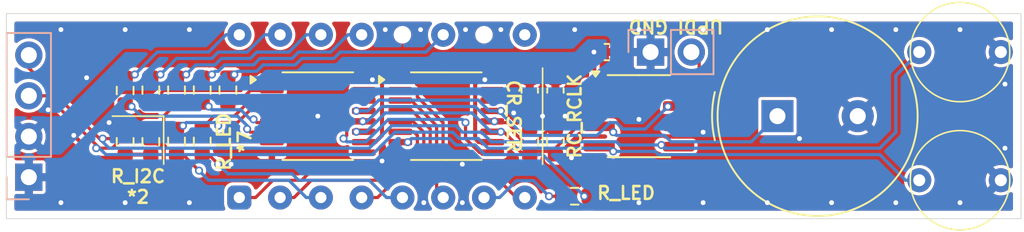
<source format=kicad_pcb>
(kicad_pcb (version 20241229) (generator "pcbnew") (generator_version "9.0")
  (layers (0 "F.Cu" signal) (2 "B.Cu" signal) (13 "F.Paste" user) (15 "B.Paste" user) (5 "F.SilkS" user "F.Silkscreen") (7 "B.SilkS" user "B.Silkscreen") (1 "F.Mask" user) (3 "B.Mask" user) (25 "Edge.Cuts" user))
  (net 0 "")
  (net 1 "RCLK")
  (net 2 "GND")
  (net 3 "SER")
  (net 4 "UPDI")
  (net 5 "PA1")
  (net 6 "PA2")
  (net 7 "SPK")
  (net 8 "SEG8")
  (net 9 "/_SEG8")
  (net 10 "/_SEG1")
  (net 11 "SEG1")
  (net 12 "SEG2")
  (net 13 "/_SEG2")
  (net 14 "/_SEG3")
  (net 15 "SEG3")
  (net 16 "SEG4")
  (net 17 "/_SEG4")
  (net 18 "SEG5")
  (net 19 "/_SEG5")
  (net 20 "/_SEG6")
  (net 21 "SEG6")
  (net 22 "SEG7")
  (net 23 "/_SEG7")
  (net 24 "SRCLK")
  (net 26 "SEGC2")
  (net 27 "SEGC4")
  (net 28 "SEGC3")
  (net 29 "SEGC1")
  (net 30 "chain")
  (net 31 "OE#")
  (net 34 "SEGC:")
  (net 37 "VCC")
  (footprint "Display_7Segment:LTC-4627Jx" (layer "F.Cu") (at 91.11 105.08 90)
    (property "Reference" "U1" (hide yes))
    (property "Value" "LTC-4627JG" (hide yes))
    (pad "" np_thru_hole circle (at 10.16 10.16 90) (size 0.7 0.7) (drill 0.7) (layers "*.Cu" "*.Mask"))
    (pad "" np_thru_hole circle (at 10.16 15.24 90) (size 0.7 0.7) (drill 0.7) (layers "*.Cu" "*.Mask"))
    (pad "1" thru_hole roundrect (at 0 0 90) (size 1.5 1.5) (drill 0.7) (layers "*.Cu" "*.Mask") (net 29 "SEGC1"))
    (pad "2" thru_hole circle (at 0 2.54 90) (size 1.5 1.5) (drill 0.7) (layers "*.Cu" "*.Mask") (net 26 "SEGC2"))
    (pad "3" thru_hole circle (at 0 5.08 90) (size 1.5 1.5) (drill 0.7) (layers "*.Cu" "*.Mask") (net 16 "SEG4"))
    (pad "4" thru_hole circle (at 0 7.62 90) (size 1.5 1.5) (drill 0.7) (layers "*.Cu" "*.Mask") (net 34 "SEGC:"))
    (pad "5" thru_hole circle (at 0 10.16 90) (size 1.5 1.5) (drill 0.7) (layers "*.Cu" "*.Mask") (net 18 "SEG5"))
    (pad "6" thru_hole circle (at 0 12.7 90) (size 1.5 1.5) (drill 0.7) (layers "*.Cu" "*.Mask") (net 28 "SEGC3"))
    (pad "7" thru_hole circle (at 0 15.24 90) (size 1.5 1.5) (drill 0.7) (layers "*.Cu" "*.Mask") (net 8 "SEG8"))
    (pad "8" thru_hole circle (at 0 17.78 90) (size 1.5 1.5) (drill 0.7) (layers "*.Cu" "*.Mask") (net 27 "SEGC4"))
    (pad "9" thru_hole circle (at 10.16 17.78 90) (size 1.5 1.5) (drill 0.7) (layers "*.Cu" "*.Mask"))
    (pad "11" thru_hole circle (at 10.16 12.7 90) (size 1.5 1.5) (drill 0.7) (layers "*.Cu" "*.Mask") (net 21 "SEG6"))
    (pad "13" thru_hole circle (at 10.16 7.62 90) (size 1.5 1.5) (drill 0.7) (layers "*.Cu" "*.Mask") (net 15 "SEG3"))
    (pad "14" thru_hole circle (at 10.16 5.08 90) (size 1.5 1.5) (drill 0.7) (layers "*.Cu" "*.Mask") (net 11 "SEG1"))
    (pad "15" thru_hole circle (at 10.16 2.54 90) (size 1.5 1.5) (drill 0.7) (layers "*.Cu" "*.Mask") (net 22 "SEG7"))
    (pad "16" thru_hole circle (at 10.16 0 90) (size 1.5 1.5) (drill 0.7) (layers "*.Cu" "*.Mask") (net 12 "SEG2"))
  )
  (footprint "Resistor_SMD:R_0603_1608Metric" (layer "F.Cu") (at 87.2 98.375 90)
    (property "Reference" "R1" (hide yes))
    (property "Value" "1k" (hide yes))
    (pad "1" smd roundrect (at -0.825 0 90) (size 0.8 0.95) (layers "F.Cu" "F.Mask" "F.Paste") (net 10 "/_SEG1"))
    (pad "2" smd roundrect (at 0.825 0 90) (size 0.8 0.95) (layers "F.Cu" "F.Mask" "F.Paste") (net 11 "SEG1"))
  )
  (footprint "Resistor_SMD:R_0603_1608Metric" (layer "F.Cu") (at 84 101.6 90)
    (property "Reference" "R12" (hide yes))
    (property "Value" "R_I2C" (hide yes))
    (pad "1" smd roundrect (at -0.825 0 90) (size 0.8 0.95) (layers "F.Cu" "F.Mask" "F.Paste") (net 37 "VCC"))
    (pad "2" smd roundrect (at 0.825 0 90) (size 0.8 0.95) (layers "F.Cu" "F.Mask" "F.Paste") (net 6 "PA2"))
  )
  (footprint "Resistor_SMD:R_0603_1608Metric" (layer "F.Cu") (at 109.2 101.6 90)
    (property "Reference" "R10" (hide yes))
    (property "Value" "R_SER" (hide yes))
    (pad "1" smd roundrect (at -0.825 0 90) (size 0.8 0.95) (layers "F.Cu" "F.Mask" "F.Paste") (net 24 "SRCLK"))
    (pad "2" smd roundrect (at 0.825 0 90) (size 0.8 0.95) (layers "F.Cu" "F.Mask" "F.Paste") (net 3 "SER"))
  )
  (footprint "Capacitor_SMD:C_0603_1608Metric" (layer "F.Cu") (at 110.8 98.4 90)
    (property "Reference" "C1" (hide yes))
    (property "Value" "C_RCLK" (hide yes))
    (pad "1" smd roundrect (at -0.775 0 90) (size 0.9 0.95) (layers "F.Cu" "F.Mask" "F.Paste") (net 1 "RCLK"))
    (pad "2" smd roundrect (at 0.775 0 90) (size 0.9 0.95) (layers "F.Cu" "F.Mask" "F.Paste") (net 2 "GND"))
  )
  (footprint "Resistor_SMD:R_0603_1608Metric" (layer "F.Cu") (at 85.6 101.6 90)
    (property "Reference" "R11" (hide yes))
    (property "Value" "R_I2C" (hide yes))
    (pad "1" smd roundrect (at -0.825 0 90) (size 0.8 0.95) (layers "F.Cu" "F.Mask" "F.Paste") (net 37 "VCC"))
    (pad "2" smd roundrect (at 0.825 0 90) (size 0.8 0.95) (layers "F.Cu" "F.Mask" "F.Paste") (net 5 "PA1"))
  )
  (footprint "Resistor_SMD:R_0603_1608Metric" (layer "F.Cu") (at 112 105 180)
    (property "Reference" "R8" (hide yes))
    (property "Value" "1k" (hide yes))
    (pad "1" smd roundrect (at -0.825 0 180) (size 0.8 0.95) (layers "F.Cu" "F.Mask" "F.Paste") (net 9 "/_SEG8"))
    (pad "2" smd roundrect (at 0.825 0 180) (size 0.8 0.95) (layers "F.Cu" "F.Mask" "F.Paste") (net 8 "SEG8"))
  )
  (footprint "Resistor_SMD:R_0603_1608Metric" (layer "F.Cu") (at 87.2 101.575 -90)
    (property "Reference" "R4" (hide yes))
    (property "Value" "1k" (hide yes))
    (pad "1" smd roundrect (at -0.825 0 270) (size 0.8 0.95) (layers "F.Cu" "F.Mask" "F.Paste") (net 17 "/_SEG4"))
    (pad "2" smd roundrect (at 0.825 0 270) (size 0.8 0.95) (layers "F.Cu" "F.Mask" "F.Paste") (net 16 "SEG4"))
  )
  (footprint "Buzzer_Beeper:Buzzer_TDK_PS1240P02BT_D12.2mm_H6.5mm" (layer "F.Cu") (at 124.629216 100)
    (property "Reference" "BZ1" (hide yes))
    (property "Value" "Buzzer" (hide yes))
    (pad "1" thru_hole rect (at 0 0) (size 2 2) (drill 1) (layers "*.Cu" "*.Mask") (net 7 "SPK"))
    (pad "2" thru_hole circle (at 5 0) (size 2 2) (drill 1) (layers "*.Cu" "*.Mask") (net 2 "GND"))
  )
  (footprint "Library:alps-skrg" (layer "F.Cu") (at 136 96)
    (property "Reference" "SW2" (hide yes))
    (property "Value" "SW_Push" (hide yes))
    (pad "1" thru_hole circle (at -2.54 0) (size 1.5 1.5) (drill 0.75) (layers "*.Cu" "*.Mask") (net 6 "PA2"))
    (pad "2" thru_hole circle (at 2.54 0) (size 1.5 1.5) (drill 0.75) (layers "*.Cu" "*.Mask") (net 2 "GND"))
  )
  (footprint "Package_SO:TSSOP-16_4.4x5mm_P0.65mm" (layer "F.Cu") (at 104 100)
    (property "Reference" "U3" (hide yes))
    (property "Value" "74HC595" (hide yes))
    (pad "1" smd roundrect (at -2.8625 -2.275) (size 1.475 0.4) (layers "F.Cu" "F.Mask" "F.Paste"))
    (pad "2" smd roundrect (at -2.8625 -1.625) (size 1.475 0.4) (layers "F.Cu" "F.Mask" "F.Paste") (net 27 "SEGC4"))
    (pad "3" smd roundrect (at -2.8625 -0.975) (size 1.475 0.4) (layers "F.Cu" "F.Mask" "F.Paste") (net 28 "SEGC3"))
    (pad "4" smd roundrect (at -2.8625 -0.325) (size 1.475 0.4) (layers "F.Cu" "F.Mask" "F.Paste") (net 34 "SEGC:"))
    (pad "5" smd roundrect (at -2.8625 0.325) (size 1.475 0.4) (layers "F.Cu" "F.Mask" "F.Paste") (net 26 "SEGC2"))
    (pad "6" smd roundrect (at -2.8625 0.975) (size 1.475 0.4) (layers "F.Cu" "F.Mask" "F.Paste") (net 29 "SEGC1"))
    (pad "7" smd roundrect (at -2.8625 1.625) (size 1.475 0.4) (layers "F.Cu" "F.Mask" "F.Paste") (net 9 "/_SEG8"))
    (pad "8" smd roundrect (at -2.8625 2.275) (size 1.475 0.4) (layers "F.Cu" "F.Mask" "F.Paste") (net 2 "GND"))
    (pad "9" smd roundrect (at 2.8625 2.275) (size 1.475 0.4) (layers "F.Cu" "F.Mask" "F.Paste") (net 30 "chain"))
    (pad "10" smd roundrect (at 2.8625 1.625) (size 1.475 0.4) (layers "F.Cu" "F.Mask" "F.Paste") (net 37 "VCC"))
    (pad "11" smd roundrect (at 2.8625 0.975) (size 1.475 0.4) (layers "F.Cu" "F.Mask" "F.Paste") (net 24 "SRCLK"))
    (pad "12" smd roundrect (at 2.8625 0.325) (size 1.475 0.4) (layers "F.Cu" "F.Mask" "F.Paste") (net 1 "RCLK"))
    (pad "13" smd roundrect (at 2.8625 -0.325) (size 1.475 0.4) (layers "F.Cu" "F.Mask" "F.Paste") (net 31 "OE#"))
    (pad "14" smd roundrect (at 2.8625 -0.975) (size 1.475 0.4) (layers "F.Cu" "F.Mask" "F.Paste") (net 3 "SER"))
    (pad "15" smd roundrect (at 2.8625 -1.625) (size 1.475 0.4) (layers "F.Cu" "F.Mask" "F.Paste"))
    (pad "16" smd roundrect (at 2.8625 -2.275) (size 1.475 0.4) (layers "F.Cu" "F.Mask" "F.Paste") (net 37 "VCC"))
  )
  (footprint "Package_SO:TSSOP-16_4.4x5mm_P0.65mm" (layer "F.Cu") (at 96 100)
    (property "Reference" "U2" (hide yes))
    (property "Value" "74HC595" (hide yes))
    (pad "1" smd roundrect (at -2.8625 -2.275) (size 1.475 0.4) (layers "F.Cu" "F.Mask" "F.Paste") (net 23 "/_SEG7"))
    (pad "2" smd roundrect (at -2.8625 -1.625) (size 1.475 0.4) (layers "F.Cu" "F.Mask" "F.Paste") (net 20 "/_SEG6"))
    (pad "3" smd roundrect (at -2.8625 -0.975) (size 1.475 0.4) (layers "F.Cu" "F.Mask" "F.Paste") (net 19 "/_SEG5"))
    (pad "4" smd roundrect (at -2.8625 -0.325) (size 1.475 0.4) (layers "F.Cu" "F.Mask" "F.Paste") (net 17 "/_SEG4"))
    (pad "5" smd roundrect (at -2.8625 0.325) (size 1.475 0.4) (layers "F.Cu" "F.Mask" "F.Paste") (net 14 "/_SEG3"))
    (pad "6" smd roundrect (at -2.8625 0.975) (size 1.475 0.4) (layers "F.Cu" "F.Mask" "F.Paste") (net 13 "/_SEG2"))
    (pad "7" smd roundrect (at -2.8625 1.625) (size 1.475 0.4) (layers "F.Cu" "F.Mask" "F.Paste") (net 10 "/_SEG1"))
    (pad "8" smd roundrect (at -2.8625 2.275) (size 1.475 0.4) (layers "F.Cu" "F.Mask" "F.Paste") (net 2 "GND"))
    (pad "9" smd roundrect (at 2.8625 2.275) (size 1.475 0.4) (layers "F.Cu" "F.Mask" "F.Paste"))
    (pad "10" smd roundrect (at 2.8625 1.625) (size 1.475 0.4) (layers "F.Cu" "F.Mask" "F.Paste") (net 37 "VCC"))
    (pad "11" smd roundrect (at 2.8625 0.975) (size 1.475 0.4) (layers "F.Cu" "F.Mask" "F.Paste") (net 24 "SRCLK"))
    (pad "12" smd roundrect (at 2.8625 0.325) (size 1.475 0.4) (layers "F.Cu" "F.Mask" "F.Paste") (net 1 "RCLK"))
    (pad "13" smd roundrect (at 2.8625 -0.325) (size 1.475 0.4) (layers "F.Cu" "F.Mask" "F.Paste") (net 31 "OE#"))
    (pad "14" smd roundrect (at 2.8625 -0.975) (size 1.475 0.4) (layers "F.Cu" "F.Mask" "F.Paste") (net 30 "chain"))
    (pad "15" smd roundrect (at 2.8625 -1.625) (size 1.475 0.4) (layers "F.Cu" "F.Mask" "F.Paste"))
    (pad "16" smd roundrect (at 2.8625 -2.275) (size 1.475 0.4) (layers "F.Cu" "F.Mask" "F.Paste") (net 37 "VCC"))
  )
  (footprint "Package_SO:SOIC-8_3.9x4.9mm_P1.27mm" (layer "F.Cu") (at 116 100)
    (property "Reference" "U4" (hide yes))
    (property "Value" "ATtiny402-SS" (hide yes))
    (pad "1" smd roundrect (at -2.475 -1.905) (size 1.95 0.6) (layers "F.Cu" "F.Mask" "F.Paste") (net 37 "VCC"))
    (pad "2" smd roundrect (at -2.475 -0.635) (size 1.95 0.6) (layers "F.Cu" "F.Mask" "F.Paste") (net 24 "SRCLK"))
    (pad "3" smd roundrect (at -2.475 0.635) (size 1.95 0.6) (layers "F.Cu" "F.Mask" "F.Paste") (net 7 "SPK"))
    (pad "4" smd roundrect (at -2.475 1.905) (size 1.95 0.6) (layers "F.Cu" "F.Mask" "F.Paste") (net 5 "PA1"))
    (pad "5" smd roundrect (at 2.475 1.905) (size 1.95 0.6) (layers "F.Cu" "F.Mask" "F.Paste") (net 6 "PA2"))
    (pad "6" smd roundrect (at 2.475 0.635) (size 1.95 0.6) (layers "F.Cu" "F.Mask" "F.Paste") (net 4 "UPDI"))
    (pad "7" smd roundrect (at 2.475 -0.635) (size 1.95 0.6) (layers "F.Cu" "F.Mask" "F.Paste") (net 31 "OE#"))
    (pad "8" smd roundrect (at 2.475 -1.905) (size 1.95 0.6) (layers "F.Cu" "F.Mask" "F.Paste") (net 2 "GND"))
  )
  (footprint "Resistor_SMD:R_0603_1608Metric" (layer "F.Cu") (at 85.6 98.375 90)
    (property "Reference" "R7" (hide yes))
    (property "Value" "1k" (hide yes))
    (pad "1" smd roundrect (at -0.825 0 90) (size 0.8 0.95) (layers "F.Cu" "F.Mask" "F.Paste") (net 23 "/_SEG7"))
    (pad "2" smd roundrect (at 0.825 0 90) (size 0.8 0.95) (layers "F.Cu" "F.Mask" "F.Paste") (net 22 "SEG7"))
  )
  (footprint "Library:alps-skrg" (layer "F.Cu") (at 136 104)
    (property "Reference" "SW1" (hide yes))
    (property "Value" "SW_Push" (hide yes))
    (pad "1" thru_hole circle (at -2.54 0) (size 1.5 1.5) (drill 0.75) (layers "*.Cu" "*.Mask") (net 5 "PA1"))
    (pad "2" thru_hole circle (at 2.54 0) (size 1.5 1.5) (drill 0.75) (layers "*.Cu" "*.Mask") (net 2 "GND"))
  )
  (footprint "Resistor_SMD:R_0603_1608Metric" (layer "F.Cu") (at 84 98.4 90)
    (property "Reference" "R2" (hide yes))
    (property "Value" "1k" (hide yes))
    (pad "1" smd roundrect (at -0.825 0 90) (size 0.8 0.95) (layers "F.Cu" "F.Mask" "F.Paste") (net 13 "/_SEG2"))
    (pad "2" smd roundrect (at 0.825 0 90) (size 0.8 0.95) (layers "F.Cu" "F.Mask" "F.Paste") (net 12 "SEG2"))
  )
  (footprint "Resistor_SMD:R_0603_1608Metric" (layer "F.Cu") (at 88.8 98.375 90)
    (property "Reference" "R3" (hide yes))
    (property "Value" "1k" (hide yes))
    (pad "1" smd roundrect (at -0.825 0 90) (size 0.8 0.95) (layers "F.Cu" "F.Mask" "F.Paste") (net 14 "/_SEG3"))
    (pad "2" smd roundrect (at 0.825 0 90) (size 0.8 0.95) (layers "F.Cu" "F.Mask" "F.Paste") (net 15 "SEG3"))
  )
  (footprint "Capacitor_SMD:C_0603_1608Metric" (layer "F.Cu") (at 114 96)
    (property "Reference" "C3" (hide yes))
    (property "Value" "1u" (hide yes))
    (pad "1" smd roundrect (at -0.775 0) (size 0.9 0.95) (layers "F.Cu" "F.Mask" "F.Paste") (net 37 "VCC"))
    (pad "2" smd roundrect (at 0.775 0) (size 0.9 0.95) (layers "F.Cu" "F.Mask" "F.Paste") (net 2 "GND"))
  )
  (footprint "Resistor_SMD:R_0603_1608Metric" (layer "F.Cu") (at 88.8 101.575 -90)
    (property "Reference" "R5" (hide yes))
    (property "Value" "1k" (hide yes))
    (pad "1" smd roundrect (at -0.825 0 270) (size 0.8 0.95) (layers "F.Cu" "F.Mask" "F.Paste") (net 19 "/_SEG5"))
    (pad "2" smd roundrect (at 0.825 0 270) (size 0.8 0.95) (layers "F.Cu" "F.Mask" "F.Paste") (net 18 "SEG5"))
  )
  (footprint "Capacitor_SMD:C_0603_1608Metric" (layer "F.Cu") (at 109.2 98.4 90)
    (property "Reference" "C2" (hide yes))
    (property "Value" "C_SER" (hide yes))
    (pad "1" smd roundrect (at -0.775 0 90) (size 0.9 0.95) (layers "F.Cu" "F.Mask" "F.Paste") (net 3 "SER"))
    (pad "2" smd roundrect (at 0.775 0 90) (size 0.9 0.95) (layers "F.Cu" "F.Mask" "F.Paste") (net 2 "GND"))
  )
  (footprint "Resistor_SMD:R_0603_1608Metric" (layer "F.Cu") (at 90.4 98.375 90)
    (property "Reference" "R6" (hide yes))
    (property "Value" "1k" (hide yes))
    (pad "1" smd roundrect (at -0.825 0 90) (size 0.8 0.95) (layers "F.Cu" "F.Mask" "F.Paste") (net 20 "/_SEG6"))
    (pad "2" smd roundrect (at 0.825 0 90) (size 0.8 0.95) (layers "F.Cu" "F.Mask" "F.Paste") (net 21 "SEG6"))
  )
  (footprint "Resistor_SMD:R_0603_1608Metric" (layer "F.Cu") (at 110.8 101.6 90)
    (property "Reference" "R9" (hide yes))
    (property "Value" "R_RCLK" (hide yes))
    (pad "1" smd roundrect (at -0.825 0 90) (size 0.8 0.95) (layers "F.Cu" "F.Mask" "F.Paste") (net 24 "SRCLK"))
    (pad "2" smd roundrect (at 0.825 0 90) (size 0.8 0.95) (layers "F.Cu" "F.Mask" "F.Paste") (net 1 "RCLK"))
  )
  (footprint "LOGO" (layer "B.Cu") (at 127 97 -90)
    (property "Reference" "G***" (hide yes))
    (property "Value" "LOGO" (hide yes))
  )
  (footprint "Connector_PinHeader_2.54mm:PinHeader_1x02_P2.54mm_Vertical" (layer "B.Cu") (at 116.725 96 -90)
    (property "Reference" "J1" (hide yes))
    (property "Value" "Conn_01x02_Pin" (hide yes))
    (pad "1" thru_hole rect (at 0 0 270) (size 1.7 1.7) (drill 1) (layers "*.Cu" "*.Mask") (net 2 "GND"))
    (pad "2" thru_hole circle (at 0 -2.54 270) (size 1.7 1.7) (drill 1) (layers "*.Cu" "*.Mask") (net 4 "UPDI"))
  )
  (footprint "Library:PCB.MCBEERINGI.DEV_small" (layer "B.Cu") (at 136 100 -90)
    (property "Reference" "" (at 0 0 90) (layer "B.SilkS") (effects (font (size 1.27 1.27)) (justify mirror)))
    (property "Value" "")
  )
  (footprint "Connector_PinHeader_2.54mm:PinHeader_1x04_P2.54mm_Vertical" (layer "B.Cu") (at 78 103.81)
    (property "Reference" "J2" (hide yes))
    (property "Value" "Conn_01x04_Pin" (hide yes))
    (pad "1" thru_hole rect (at 0 0) (size 1.7 1.7) (drill 1) (layers "*.Cu" "*.Mask") (net 2 "GND"))
    (pad "2" thru_hole circle (at 0 -2.54) (size 1.7 1.7) (drill 1) (layers "*.Cu" "*.Mask") (net 37 "VCC"))
    (pad "3" thru_hole circle (at 0 -5.08) (size 1.7 1.7) (drill 1) (layers "*.Cu" "*.Mask") (net 5 "PA1"))
    (pad "4" thru_hole circle (at 0 -7.62) (size 1.7 1.7) (drill 1) (layers "*.Cu" "*.Mask") (net 6 "PA2"))
  )
  (gr_line (start 110 97) (end 110 103) (stroke (width 0.1)) (layer "F.SilkS"))
  (gr_line (start 86.4 100) (end 83.2 100) (stroke (width 0.1)) (layer "F.SilkS"))
  (gr_line (start 86.4 100) (end 86.4 103) (stroke (width 0.1)) (layer "F.SilkS"))
  (gr_line (start 139.8 106.4) (end 76.6 106.4) (stroke (width 0.05)) (layer "Edge.Cuts"))
  (gr_line (start 139.8 93.6) (end 139.8 106.4) (stroke (width 0.05)) (layer "Edge.Cuts"))
  (gr_line (start 76.6 106.4) (end 76.6 93.6) (stroke (width 0.05)) (layer "Edge.Cuts"))
  (gr_line (start 76.6 93.6) (end 139.8 93.6) (stroke (width 0.05)) (layer "Edge.Cuts"))
  (gr_text "R_LED" (at 115.2 104.8 0) (layer "F.SilkS") (effects (font (size 0.8 0.8) (thickness 0.16) (bold yes))))
  (gr_text "R_I2C\n*2" (at 84.8 104.4 0) (layer "F.SilkS") (effects (font (size 0.8 0.8) (thickness 0.16) (bold yes))))
  (gr_text "RC_RCLK" (at 112 100 90) (layer "F.SilkS") (effects (font (size 0.8 0.8) (thickness 0.16) (bold yes))))
  (gr_text "UPDI GND " (at 118 94.4 180) (layer "F.SilkS") (effects (font (size 0.8 0.8) (thickness 0.16) (bold yes))))
  (gr_text "CR_SER" (at 108.2 100 270) (layer "F.SilkS") (effects (font (size 0.8 0.8) (thickness 0.16) (bold yes))))
  (gr_text "R_LED\n*7" (at 90.8 101.6 90) (layer "F.SilkS") (effects (font (size 0.8 0.8) (thickness 0.16) (bold yes))))
  (segment (start 106.9375 100.4) (end 107.8 100.4) (width 0.2) (layer "F.Cu") (net 1))
  (segment (start 108.8 101.6) (end 109.6 101.6) (width 0.2) (layer "F.Cu") (net 1))
  (segment (start 108.2 100.8) (end 108.2 101) (width 0.2) (layer "F.Cu") (net 1))
  (segment (start 107.8 100.4) (end 108.2 100.8) (width 0.2) (layer "F.Cu") (net 1))
  (segment (start 108.2 101) (end 108.8 101.6) (width 0.2) (layer "F.Cu") (net 1))
  (segment (start 106.8625 100.325) (end 106.9375 100.4) (width 0.2) (layer "F.Cu") (net 1))
  (segment (start 98.8 100.325) (end 98.8625 100.325) (width 0.2) (layer "F.Cu") (net 1))
  (segment (start 107 100.325) (end 106.8625 100.325) (width 0.2) (layer "F.Cu") (net 1))
  (segment (start 110.8 100.775) (end 110.8 99.175) (width 0.2) (layer "F.Cu") (net 1))
  (segment (start 109.6 101.6) (end 110.425 100.775) (width 0.2) (layer "F.Cu") (net 1))
  (segment (start 110.425 100.775) (end 110.8 100.775) (width 0.2) (layer "F.Cu") (net 1))
  (via (at 107 100.325) (size 0.5) (drill 0.3) (layers "F.Cu" "B.Cu") (net 1))
  (via (at 98.8 100.325) (size 0.5) (drill 0.3) (layers "F.Cu" "B.Cu") (net 1))
  (segment (start 99.075 100.325) (end 100 99.4) (width 0.2) (layer "B.Cu") (net 1))
  (segment (start 100 99.4) (end 105.8 99.4) (width 0.2) (layer "B.Cu") (net 1))
  (segment (start 106.725 100.325) (end 107 100.325) (width 0.2) (layer "B.Cu") (net 1))
  (segment (start 105.8 99.4) (end 106.725 100.325) (width 0.2) (layer "B.Cu") (net 1))
  (segment (start 98.8 100.325) (end 99.075 100.325) (width 0.2) (layer "B.Cu") (net 1))
  (via (at 132 94.6) (size 0.5) (drill 0.3) (layers "F.Cu" "B.Cu") (net 2))
  (via (at 136 94.6) (size 0.5) (drill 0.3) (layers "F.Cu" "B.Cu") (net 2))
  (via (at 136 105.4) (size 0.5) (drill 0.3) (layers "F.Cu" "B.Cu") (net 2))
  (via (at 90.6 103) (size 0.5) (drill 0.3) (layers "F.Cu" "B.Cu") (net 2))
  (via (at 102.6 105.4) (size 0.5) (drill 0.3) (layers "F.Cu" "B.Cu") (net 2))
  (via (at 100 102.8) (size 0.5) (drill 0.3) (layers "F.Cu" "B.Cu") (net 2))
  (via (at 80 94.6) (size 0.5) (drill 0.3) (layers "F.Cu" "B.Cu") (net 2))
  (via (at 111.8 102.6) (size 0.5) (drill 0.3) (layers "F.Cu" "B.Cu") (net 2))
  (via (at 88 105.4) (size 0.5) (drill 0.3) (layers "F.Cu" "B.Cu") (net 2))
  (via (at 124 105.4) (size 0.5) (drill 0.3) (layers "F.Cu" "B.Cu") (net 2))
  (via (at 110 100) (size 0.5) (drill 0.3) (layers "F.Cu" "B.Cu") (net 2))
  (via (at 83 100.4) (size 0.5) (drill 0.3) (layers "F.Cu" "B.Cu") (net 2))
  (via (at 128 105.4) (size 0.5) (drill 0.3) (layers "F.Cu" "B.Cu") (net 2))
  (via (at 105.2 94.6) (size 0.5) (drill 0.3) (layers "F.Cu" "B.Cu") (net 2))
  (via (at 138.8 98) (size 0.5) (drill 0.3) (layers "F.Cu" "B.Cu") (net 2))
  (via (at 107.4 94.6) (size 0.5) (drill 0.3) (layers "F.Cu" "B.Cu") (net 2))
  (via (at 120 101) (size 0.5) (drill 0.3) (layers "F.Cu" "B.Cu") (net 2))
  (via (at 108.2 99.8) (size 0.5) (drill 0.3) (layers "F.Cu" "B.Cu") (net 2))
  (via (at 111.4 100) (size 0.5) (drill 0.3) (layers "F.Cu" "B.Cu") (net 2))
  (via (at 105 103) (size 0.5) (drill 0.3) (layers "F.Cu" "B.Cu") (net 2))
  (via (at 112 94.6) (size 0.5) (drill 0.3) (layers "F.Cu" "B.Cu") (net 2))
  (via (at 116 94.6) (size 0.5) (drill 0.3) (layers "F.Cu" "B.Cu") (net 2))
  (via (at 102.4 94.6) (size 0.5) (drill 0.3) (layers "F.Cu" "B.Cu") (net 2))
  (via (at 120 105.4) (size 0.5) (drill 0.3) (layers "F.Cu" "B.Cu") (net 2))
  (via (at 88 94.6) (size 0.5) (drill 0.3) (layers "F.Cu" "B.Cu") (net 2))
  (via (at 84 105.4) (size 0.5) (drill 0.3) (layers "F.Cu" "B.Cu") (net 2))
  (via (at 79.2 99.6) (size 0.5) (drill 0.3) (layers "F.Cu" "B.Cu") (net 2))
  (via (at 124 94.6) (size 0.5) (drill 0.3) (layers "F.Cu" "B.Cu") (net 2))
  (via (at 120 94.6) (size 0.5) (drill 0.3) (layers "F.Cu" "B.Cu") (net 2))
  (via (at 132 105.4) (size 0.5) (drill 0.3) (layers "F.Cu" "B.Cu") (net 2))
  (via (at 105 105.4) (size 0.5) (drill 0.3) (layers "F.Cu" "B.Cu") (net 2))
  (via (at 116 100.2) (size 0.5) (drill 0.3) (layers "F.Cu" "B.Cu") (net 2))
  (via (at 81.6 97.6) (size 0.5) (drill 0.3) (layers "F.Cu" "B.Cu") (net 2))
  (via (at 138.8 102) (size 0.5) (drill 0.3) (layers "F.Cu" "B.Cu") (net 2))
  (via (at 126 101.4) (size 0.5) (drill 0.3) (layers "F.Cu" "B.Cu") (net 2))
  (via (at 84 94.6) (size 0.5) (drill 0.3) (layers "F.Cu" "B.Cu") (net 2))
  (via (at 100.2 94.6) (size 0.5) (drill 0.3) (layers "F.Cu" "B.Cu") (net 2))
  (via (at 116 105.4) (size 0.5) (drill 0.3) (layers "F.Cu" "B.Cu") (net 2))
  (via (at 80 105.4) (size 0.5) (drill 0.3) (layers "F.Cu" "B.Cu") (net 2))
  (via (at 128 94.6) (size 0.5) (drill 0.3) (layers "F.Cu" "B.Cu") (net 2))
  (via (at 96 100) (size 0.5) (drill 0.3) (layers "F.Cu" "B.Cu") (net 2))
  (segment (start 106.8875 99) (end 109.025 99) (width 0.2) (layer "F.Cu") (net 3))
  (segment (start 106.8625 99.025) (end 106.8875 99) (width 0.2) (layer "F.Cu") (net 3))
  (segment (start 109.025 99) (end 109.2 99.175) (width 0.2) (layer "F.Cu") (net 3))
  (segment (start 109.2 99.175) (end 109.2 100.775) (width 0.2) (layer "F.Cu") (net 3))
  (segment (start 119.751 99.705968) (end 118.821968 100.635) (width 0.2) (layer "F.Cu") (net 4))
  (segment (start 119.265 96) (end 119.751 96.486) (width 0.2) (layer "F.Cu") (net 4))
  (segment (start 118.821968 100.635) (end 118.475 100.635) (width 0.2) (layer "F.Cu") (net 4))
  (segment (start 119.751 96.486) (end 119.751 99.705968) (width 0.2) (layer "F.Cu") (net 4))
  (segment (start 114.105 101.905) (end 113.495 101.905) (width 0.2) (layer "F.Cu") (net 5))
  (segment (start 83.2 102) (end 83.6 101.6) (width 0.2) (layer "F.Cu") (net 5))
  (segment (start 114.4 102.2) (end 114.105 101.905) (width 0.2) (layer "F.Cu") (net 5))
  (segment (start 79.13 98.73) (end 78 98.73) (width 0.2) (layer "F.Cu") (net 5))
  (segment (start 82.2 102) (end 83.2 102) (width 0.2) (layer "F.Cu") (net 5))
  (segment (start 84.775 101.6) (end 85.6 100.775) (width 0.2) (layer "F.Cu") (net 5))
  (segment (start 83.6 101.6) (end 84.775 101.6) (width 0.2) (layer "F.Cu") (net 5))
  (segment (start 82.2 102) (end 82.2 101.8) (width 0.2) (layer "F.Cu") (net 5))
  (segment (start 82.2 101.8) (end 79.13 98.73) (width 0.2) (layer "F.Cu") (net 5))
  (via (at 114.4 102.2) (size 0.5) (drill 0.3) (layers "F.Cu" "B.Cu") (net 5))
  (via (at 82.2 102) (size 0.5) (drill 0.3) (layers "F.Cu" "B.Cu") (net 5))
  (segment (start 106.6 102) (end 114.2 102) (width 0.2) (layer "B.Cu") (net 5))
  (segment (start 106 101.4) (end 106.6 102) (width 0.2) (layer "B.Cu") (net 5))
  (segment (start 100.8 101) (end 104.4 101) (width 0.2) (layer "B.Cu") (net 5))
  (segment (start 99.4 102.4) (end 100.8 101) (width 0.2) (layer "B.Cu") (net 5))
  (segment (start 117.2 102.4) (end 131 102.4) (width 0.2) (layer "B.Cu") (net 5))
  (segment (start 131 102.4) (end 132.6 104) (width 0.2) (layer "B.Cu") (net 5))
  (segment (start 114.2 102) (end 114.4 102.2) (width 0.2) (layer "B.Cu") (net 5))
  (segment (start 132.6 104) (end 133.46 104) (width 0.2) (layer "B.Cu") (net 5))
  (segment (start 82.2 102) (end 82.4 102) (width 0.2) (layer "B.Cu") (net 5))
  (segment (start 82.4 102) (end 82.8 102.4) (width 0.2) (layer "B.Cu") (net 5))
  (segment (start 117 102.2) (end 117.2 102.4) (width 0.2) (layer "B.Cu") (net 5))
  (segment (start 104.8 101.4) (end 106 101.4) (width 0.2) (layer "B.Cu") (net 5))
  (segment (start 82.8 102.4) (end 99.4 102.4) (width 0.2) (layer "B.Cu") (net 5))
  (segment (start 104.4 101) (end 104.8 101.4) (width 0.2) (layer "B.Cu") (net 5))
  (segment (start 114.4 102.2) (end 117 102.2) (width 0.2) (layer "B.Cu") (net 5))
  (segment (start 82.6 101.4) (end 83.2 101.4) (width 0.2) (layer "F.Cu") (net 6))
  (segment (start 83.8 100.8) (end 83.975 100.8) (width 0.2) (layer "F.Cu") (net 6))
  (segment (start 83.975 100.8) (end 84 100.775) (width 0.2) (layer "F.Cu") (net 6))
  (segment (start 82.6 101.4) (end 82.4 101.4) (width 0.2) (layer "F.Cu") (net 6))
  (segment (start 83.2 101.4) (end 83.8 100.8) (width 0.2) (layer "F.Cu") (net 6))
  (segment (start 78 97) (end 78 96.19) (width 0.2) (layer "F.Cu") (net 6))
  (segment (start 82.4 101.4) (end 78 97) (width 0.2) (layer "F.Cu") (net 6))
  (via (at 82.6 101.4) (size 0.5) (drill 0.3) (layers "F.Cu" "B.Cu") (net 6))
  (via (at 117.4 101.8) (size 0.5) (drill 0.3) (layers "F.Cu" "B.Cu") (net 6))
  (segment (start 132 97.46) (end 133.46 96) (width 0.2) (layer "B.Cu") (net 6))
  (segment (start 83 102) (end 99.2 102) (width 0.2) (layer "B.Cu") (net 6))
  (segment (start 114.8 101.8) (end 117.4 101.8) (width 0.2) (layer "B.Cu") (net 6))
  (segment (start 82.6 101.6) (end 83 102) (width 0.2) (layer "B.Cu") (net 6))
  (segment (start 106.8 101.6) (end 114.6 101.6) (width 0.2) (layer "B.Cu") (net 6))
  (segment (start 82.6 101.4) (end 82.6 101.6) (width 0.2) (layer "B.Cu") (net 6))
  (segment (start 117.6 102) (end 131 102) (width 0.2) (layer "B.Cu") (net 6))
  (segment (start 105 101) (end 106.2 101) (width 0.2) (layer "B.Cu") (net 6))
  (segment (start 114.6 101.6) (end 114.8 101.8) (width 0.2) (layer "B.Cu") (net 6))
  (segment (start 100.6 100.6) (end 104.6 100.6) (width 0.2) (layer "B.Cu") (net 6))
  (segment (start 131 102) (end 132 101) (width 0.2) (layer "B.Cu") (net 6))
  (segment (start 106.2 101) (end 106.8 101.6) (width 0.2) (layer "B.Cu") (net 6))
  (segment (start 117.4 101.8) (end 117.6 102) (width 0.2) (layer "B.Cu") (net 6))
  (segment (start 104.6 100.6) (end 105 101) (width 0.2) (layer "B.Cu") (net 6))
  (segment (start 99.2 102) (end 100.6 100.6) (width 0.2) (layer "B.Cu") (net 6))
  (segment (start 132 101) (end 132 97.46) (width 0.2) (layer "B.Cu") (net 6))
  (via (at 114.4 101) (size 0.5) (drill 0.3) (layers "F.Cu" "B.Cu") (net 7))
  (segment (start 123 101.6) (end 124.6 100) (width 0.2) (layer "B.Cu") (net 7))
  (segment (start 118 101.6) (end 123 101.6) (width 0.2) (layer "B.Cu") (net 7))
  (segment (start 114.4 101) (end 114.6 101.2) (width 0.2) (layer "B.Cu") (net 7))
  (segment (start 124.6 100) (end 124.629216 100) (width 0.2) (layer "B.Cu") (net 7))
  (segment (start 114.6 101.2) (end 117.6 101.2) (width 0.2) (layer "B.Cu") (net 7))
  (segment (start 117.6 101.2) (end 118 101.6) (width 0.2) (layer "B.Cu") (net 7))
  (segment (start 111.175 105) (end 110.4 105) (width 0.2) (layer "F.Cu") (net 8))
  (via (at 110.4 105) (size 0.5) (drill 0.3) (layers "F.Cu" "B.Cu") (net 8))
  (segment (start 109.429 104.029) (end 108.371 104.029) (width 0.2) (layer "B.Cu") (net 8))
  (segment (start 107.32 105.08) (end 106.35 105.08) (width 0.2) (layer "B.Cu") (net 8))
  (segment (start 110.4 105) (end 109.429 104.029) (width 0.2) (layer "B.Cu") (net 8))
  (segment (start 108.371 104.029) (end 107.32 105.08) (width 0.2) (layer "B.Cu") (net 8))
  (segment (start 101.6 101.625) (end 101.1375 101.625) (width 0.2) (layer "F.Cu") (net 9))
  (segment (start 112.825 105) (end 112.6 105) (width 0.2) (layer "F.Cu") (net 9))
  (via (at 112.6 105) (size 0.5) (drill 0.3) (layers "F.Cu" "B.Cu") (net 9))
  (via (at 101.6 101.625) (size 0.5) (drill 0.3) (layers "F.Cu" "B.Cu") (net 9))
  (segment (start 101.6 101.625) (end 101.825 101.4) (width 0.2) (layer "B.Cu") (net 9))
  (segment (start 106.4 102.4) (end 110 102.4) (width 0.2) (layer "B.Cu") (net 9))
  (segment (start 101.825 101.4) (end 104.2 101.4) (width 0.2) (layer "B.Cu") (net 9))
  (segment (start 104.6 101.8) (end 105.8 101.8) (width 0.2) (layer "B.Cu") (net 9))
  (segment (start 110 102.4) (end 112.6 105) (width 0.2) (layer "B.Cu") (net 9))
  (segment (start 105.8 101.8) (end 106.4 102.4) (width 0.2) (layer "B.Cu") (net 9))
  (segment (start 104.2 101.4) (end 104.6 101.8) (width 0.2) (layer "B.Cu") (net 9))
  (segment (start 93.1125 101.6) (end 86.8 101.6) (width 0.2) (layer "F.Cu") (net 10))
  (segment (start 86.8 101.6) (end 86.4 101.2) (width 0.2) (layer "F.Cu") (net 10))
  (segment (start 86.4 100) (end 87.2 99.2) (width 0.2) (layer "F.Cu") (net 10))
  (segment (start 86.4 101.2) (end 86.4 100) (width 0.2) (layer "F.Cu") (net 10))
  (segment (start 93.1375 101.625) (end 93.1125 101.6) (width 0.2) (layer "F.Cu") (net 10))
  (segment (start 87.8 97.4) (end 87.5 97.4) (width 0.2) (layer "F.Cu") (net 11))
  (segment (start 87.35 97.55) (end 87.2 97.55) (width 0.2) (layer "F.Cu") (net 11))
  (segment (start 87.5 97.4) (end 87.35 97.55) (width 0.2) (layer "F.Cu") (net 11))
  (via (at 87.8 97.4) (size 0.5) (drill 0.3) (layers "F.Cu" "B.Cu") (net 11))
  (segment (start 94.2 96) (end 95.28 94.92) (width 0.2) (layer "B.Cu") (net 11))
  (segment (start 92.2 96) (end 94.2 96) (width 0.2) (layer "B.Cu") (net 11))
  (segment (start 87.8 97.4) (end 88.4 96.8) (width 0.2) (layer "B.Cu") (net 11))
  (segment (start 91.8 96.4) (end 92.2 96) (width 0.2) (layer "B.Cu") (net 11))
  (segment (start 95.28 94.92) (end 96.19 94.92) (width 0.2) (layer "B.Cu") (net 11))
  (segment (start 88.4 96.8) (end 89.6 96.8) (width 0.2) (layer "B.Cu") (net 11))
  (segment (start 90 96.4) (end 91.8 96.4) (width 0.2) (layer "B.Cu") (net 11))
  (segment (start 89.6 96.8) (end 90 96.4) (width 0.2) (layer "B.Cu") (net 11))
  (segment (start 84 97.575) (end 84.425 97.575) (width 0.2) (layer "F.Cu") (net 12))
  (segment (start 84.425 97.575) (end 84.6 97.4) (width 0.2) (layer "F.Cu") (net 12))
  (via (at 84.6 97.4) (size 0.5) (drill 0.3) (layers "F.Cu" "B.Cu") (net 12))
  (segment (start 90.28 94.92) (end 91.11 94.92) (width 0.2) (layer "B.Cu") (net 12))
  (segment (start 84.6 97.4) (end 86.002 95.998) (width 0.2) (layer "B.Cu") (net 12))
  (segment (start 86.002 95.998) (end 89.202 95.998) (width 0.2) (layer "B.Cu") (net 12))
  (segment (start 89.202 95.998) (end 90.28 94.92) (width 0.2) (layer "B.Cu") (net 12))
  (segment (start 84.175 99.4) (end 84 99.225) (width 0.2) (layer "F.Cu") (net 13))
  (segment (start 91.8 101) (end 93.1125 101) (width 0.2) (layer "F.Cu") (net 13))
  (segment (start 91.6 100.8) (end 91.8 101) (width 0.2) (layer "F.Cu") (net 13))
  (segment (start 93.1125 101) (end 93.1375 100.975) (width 0.2) (layer "F.Cu") (net 13))
  (segment (start 84.4 99.4) (end 84.175 99.4) (width 0.2) (layer "F.Cu") (net 13))
  (via (at 84.4 99.4) (size 0.5) (drill 0.3) (layers "F.Cu" "B.Cu") (net 13))
  (via (at 91.6 100.8) (size 0.5) (drill 0.3) (layers "F.Cu" "B.Cu") (net 13))
  (segment (start 91.6 100.8) (end 91.6 100.6) (width 0.2) (layer "B.Cu") (net 13))
  (segment (start 91 100) (end 85 100) (width 0.2) (layer "B.Cu") (net 13))
  (segment (start 91.6 100.6) (end 91 100) (width 0.2) (layer "B.Cu") (net 13))
  (segment (start 85 100) (end 84.4 99.4) (width 0.2) (layer "B.Cu") (net 13))
  (segment (start 92.2 100.4) (end 93.0625 100.4) (width 0.2) (layer "F.Cu") (net 14))
  (segment (start 93.0625 100.4) (end 93.1375 100.325) (width 0.2) (layer "F.Cu") (net 14))
  (segment (start 92 100.2) (end 92.2 100.4) (width 0.2) (layer "F.Cu") (net 14))
  (segment (start 89.2 99.4) (end 89 99.4) (width 0.2) (layer "F.Cu") (net 14))
  (segment (start 89 99.4) (end 88.8 99.2) (width 0.2) (layer "F.Cu") (net 14))
  (via (at 92 100.2) (size 0.5) (drill 0.3) (layers "F.Cu" "B.Cu") (net 14))
  (via (at 89.2 99.4) (size 0.5) (drill 0.3) (layers "F.Cu" "B.Cu") (net 14))
  (segment (start 91.2 99.6) (end 89.4 99.6) (width 0.2) (layer "B.Cu") (net 14))
  (segment (start 92 100.2) (end 91.8 100.2) (width 0.2) (layer "B.Cu") (net 14))
  (segment (start 91.8 100.2) (end 91.2 99.6) (width 0.2) (layer "B.Cu") (net 14))
  (segment (start 89.4 99.6) (end 89.2 99.4) (width 0.2) (layer "B.Cu") (net 14))
  (segment (start 89.05 97.55) (end 88.8 97.55) (width 0.2) (layer "F.Cu") (net 15))
  (segment (start 89.2 97.4) (end 89.05 97.55) (width 0.2) (layer "F.Cu") (net 15))
  (segment (start 89.4 97.4) (end 89.2 97.4) (width 0.2) (layer "F.Cu") (net 15))
  (via (at 89.4 97.4) (size 0.5) (drill 0.3) (layers "F.Cu" "B.Cu") (net 15))
  (segment (start 97.88 94.92) (end 98.73 94.92) (width 0.2) (layer "B.Cu") (net 15))
  (segment (start 96.8 96) (end 97.88 94.92) (width 0.2) (layer "B.Cu") (net 15))
  (segment (start 94.8 96) (end 96.8 96) (width 0.2) (layer "B.Cu") (net 15))
  (segment (start 92 96.8) (end 92.4 96.4) (width 0.2) (layer "B.Cu") (net 15))
  (segment (start 94.4 96.4) (end 94.8 96) (width 0.2) (layer "B.Cu") (net 15))
  (segment (start 90.2 96.8) (end 92 96.8) (width 0.2) (layer "B.Cu") (net 15))
  (segment (start 89.4 97.4) (end 89.6 97.2) (width 0.2) (layer "B.Cu") (net 15))
  (segment (start 89.6 97.2) (end 89.8 97.2) (width 0.2) (layer "B.Cu") (net 15))
  (segment (start 89.8 97.2) (end 90.2 96.8) (width 0.2) (layer "B.Cu") (net 15))
  (segment (start 92.4 96.4) (end 94.4 96.4) (width 0.2) (layer "B.Cu") (net 15))
  (segment (start 87.6 102.4) (end 87.2 102.4) (width 0.2) (layer "F.Cu") (net 16))
  (segment (start 88.6 103.4) (end 87.6 102.4) (width 0.2) (layer "F.Cu") (net 16))
  (via (at 88.6 103.4) (size 0.5) (drill 0.3) (layers "F.Cu" "B.Cu") (net 16))
  (segment (start 94.2 104) (end 95.28 105.08) (width 0.2) (layer "B.Cu") (net 16))
  (segment (start 95.28 105.08) (end 96.19 105.08) (width 0.2) (layer "B.Cu") (net 16))
  (segment (start 88.6 103.4) (end 89.2 104) (width 0.2) (layer "B.Cu") (net 16))
  (segment (start 89.2 104) (end 94.2 104) (width 0.2) (layer "B.Cu") (net 16))
  (segment (start 91 100.4) (end 91.8 99.6) (width 0.2) (layer "F.Cu") (net 17))
  (segment (start 87.25 100.8) (end 87.2 100.75) (width 0.2) (layer "F.Cu") (net 17))
  (segment (start 87.4 100.8) (end 87.25 100.8) (width 0.2) (layer "F.Cu") (net 17))
  (segment (start 91.8 99.6) (end 93.0625 99.6) (width 0.2) (layer "F.Cu") (net 17))
  (segment (start 90 100.4) (end 91 100.4) (width 0.2) (layer "F.Cu") (net 17))
  (segment (start 87.6 100.6) (end 87.4 100.8) (width 0.2) (layer "F.Cu") (net 17))
  (segment (start 89.8 100.6) (end 90 100.4) (width 0.2) (layer "F.Cu") (net 17))
  (segment (start 93.0625 99.6) (end 93.1375 99.675) (width 0.2) (layer "F.Cu") (net 17))
  (via (at 89.8 100.6) (size 0.5) (drill 0.3) (layers "F.Cu" "B.Cu") (net 17))
  (via (at 87.6 100.6) (size 0.5) (drill 0.3) (layers "F.Cu" "B.Cu") (net 17))
  (segment (start 89.6 100.4) (end 87.8 100.4) (width 0.2) (layer "B.Cu") (net 17))
  (segment (start 89.8 100.6) (end 89.6 100.4) (width 0.2) (layer "B.Cu") (net 17))
  (segment (start 87.8 100.4) (end 87.6 100.6) (width 0.2) (layer "B.Cu") (net 17))
  (segment (start 89.2 102.4) (end 88.8 102.4) (width 0.2) (layer "F.Cu") (net 18))
  (segment (start 89.8 103) (end 89.2 102.4) (width 0.2) (layer "F.Cu") (net 18))
  (via (at 89.8 103) (size 0.5) (drill 0.3) (layers "F.Cu" "B.Cu") (net 18))
  (segment (start 89.8 103) (end 90.399 103.599) (width 0.2) (layer "B.Cu") (net 18))
  (segment (start 99.2 104) (end 100.28 105.08) (width 0.2) (layer "B.Cu") (net 18))
  (segment (start 100.28 105.08) (end 101.27 105.08) (width 0.2) (layer "B.Cu") (net 18))
  (segment (start 94.4 103.6) (end 94.8 104) (width 0.2) (layer "B.Cu") (net 18))
  (segment (start 94.8 104) (end 99.2 104) (width 0.2) (layer "B.Cu") (net 18))
  (segment (start 90.8 103.599) (end 90.801 103.6) (width 0.2) (layer "B.Cu") (net 18))
  (segment (start 90.801 103.6) (end 94.4 103.6) (width 0.2) (layer "B.Cu") (net 18))
  (segment (start 90.399 103.599) (end 90.8 103.599) (width 0.2) (layer "B.Cu") (net 18))
  (segment (start 93.1125 99) (end 91.8 99) (width 0.2) (layer "F.Cu") (net 19))
  (segment (start 93.1375 99.025) (end 93.1125 99) (width 0.2) (layer "F.Cu") (net 19))
  (segment (start 90.8 100) (end 89.55 100) (width 0.2) (layer "F.Cu") (net 19))
  (segment (start 91.8 99) (end 90.8 100) (width 0.2) (layer "F.Cu") (net 19))
  (segment (start 89.55 100) (end 88.8 100.75) (width 0.2) (layer "F.Cu") (net 19))
  (segment (start 91 99.2) (end 91.8 98.4) (width 0.2) (layer "F.Cu") (net 20))
  (segment (start 93.1125 98.4) (end 93.1375 98.375) (width 0.2) (layer "F.Cu") (net 20))
  (segment (start 91.8 98.4) (end 93.1125 98.4) (width 0.2) (layer "F.Cu") (net 20))
  (segment (start 90.4 99.2) (end 91 99.2) (width 0.2) (layer "F.Cu") (net 20))
  (segment (start 90.7 97.4) (end 90.55 97.55) (width 0.2) (layer "F.Cu") (net 21))
  (segment (start 90.55 97.55) (end 90.4 97.55) (width 0.2) (layer "F.Cu") (net 21))
  (segment (start 90.8 97.4) (end 90.7 97.4) (width 0.2) (layer "F.Cu") (net 21))
  (via (at 90.8 97.4) (size 0.5) (drill 0.3) (layers "F.Cu" "B.Cu") (net 21))
  (segment (start 91 97.2) (end 92.2 97.2) (width 0.2) (layer "B.Cu") (net 21))
  (segment (start 90.8 97.4) (end 91 97.2) (width 0.2) (layer "B.Cu") (net 21))
  (segment (start 95 96.4) (end 97 96.4) (width 0.2) (layer "B.Cu") (net 21))
  (segment (start 102.73 96) (end 103.81 94.92) (width 0.2) (layer "B.Cu") (net 21))
  (segment (start 97.4 96) (end 102.73 96) (width 0.2) (layer "B.Cu") (net 21))
  (segment (start 97 96.4) (end 97.4 96) (width 0.2) (layer "B.Cu") (net 21))
  (segment (start 94.6 96.8) (end 95 96.4) (width 0.2) (layer "B.Cu") (net 21))
  (segment (start 92.2 97.2) (end 92.6 96.8) (width 0.2) (layer "B.Cu") (net 21))
  (segment (start 92.6 96.8) (end 94.6 96.8) (width 0.2) (layer "B.Cu") (net 21))
  (segment (start 85.85 97.55) (end 85.6 97.55) (width 0.2) (layer "F.Cu") (net 22))
  (segment (start 86.2 97.4) (end 86 97.4) (width 0.2) (layer "F.Cu") (net 22))
  (segment (start 86 97.4) (end 85.85 97.55) (width 0.2) (layer "F.Cu") (net 22))
  (via (at 86.2 97.4) (size 0.5) (drill 0.3) (layers "F.Cu" "B.Cu") (net 22))
  (segment (start 89.8 96) (end 91.6 96) (width 0.2) (layer "B.Cu") (net 22))
  (segment (start 87.201 96.399) (end 89.401 96.399) (width 0.2) (layer "B.Cu") (net 22))
  (segment (start 89.401 96.399) (end 89.8 96) (width 0.2) (layer "B.Cu") (net 22))
  (segment (start 86.2 97.4) (end 87.201 96.399) (width 0.2) (layer "B.Cu") (net 22))
  (segment (start 91.6 96) (end 92.68 94.92) (width 0.2) (layer "B.Cu") (net 22))
  (segment (start 92.68 94.92) (end 93.65 94.92) (width 0.2) (layer "B.Cu") (net 22))
  (segment (start 91.2 98.4) (end 86.4 98.4) (width 0.2) (layer "F.Cu") (net 23))
  (segment (start 93.0625 97.8) (end 91.8 97.8) (width 0.2) (layer "F.Cu") (net 23))
  (segment (start 86.4 98.4) (end 85.6 99.2) (width 0.2) (layer "F.Cu") (net 23))
  (segment (start 91.8 97.8) (end 91.2 98.4) (width 0.2) (layer "F.Cu") (net 23))
  (segment (start 93.1375 97.725) (end 93.0625 97.8) (width 0.2) (layer "F.Cu") (net 23))
  (segment (start 110.8 102) (end 110.8 102.425) (width 0.2) (layer "F.Cu") (net 24))
  (segment (start 110.575 102.2) (end 110.8 102.425) (width 0.2) (layer "F.Cu") (net 24))
  (segment (start 113.525 99.365) (end 112.572936 99.365) (width 0.2) (layer "F.Cu") (net 24))
  (segment (start 108.2 101.8) (end 108.825 102.425) (width 0.2) (layer "F.Cu") (net 24))
  (segment (start 112 99.937936) (end 112 100.8) (width 0.2) (layer "F.Cu") (net 24))
  (segment (start 108.825 102.425) (end 109.2 102.425) (width 0.2) (layer "F.Cu") (net 24))
  (segment (start 106.8625 100.975) (end 107.575 100.975) (width 0.2) (layer "F.Cu") (net 24))
  (segment (start 98.4 100.975) (end 98.8625 100.975) (width 0.2) (layer "F.Cu") (net 24))
  (segment (start 109.425 102.2) (end 110.575 102.2) (width 0.2) (layer "F.Cu") (net 24))
  (segment (start 107.4 100.975) (end 106.8625 100.975) (width 0.2) (layer "F.Cu") (net 24))
  (segment (start 112 100.8) (end 110.8 102) (width 0.2) (layer "F.Cu") (net 24))
  (segment (start 112.572936 99.365) (end 112 99.937936) (width 0.2) (layer "F.Cu") (net 24))
  (segment (start 109.2 102.425) (end 109.425 102.2) (width 0.2) (layer "F.Cu") (net 24))
  (segment (start 109.093836 102.425) (end 109.2 102.425) (width 0.2) (layer "F.Cu") (net 24))
  (segment (start 107.575 100.975) (end 108.2 101.6) (width 0.2) (layer "F.Cu") (net 24))
  (segment (start 108.2 101.6) (end 108.2 101.8) (width 0.2) (layer "F.Cu") (net 24))
  (via (at 107.4 100.975) (size 0.5) (drill 0.3) (layers "F.Cu" "B.Cu") (net 24))
  (via (at 98.4 100.975) (size 0.5) (drill 0.3) (layers "F.Cu" "B.Cu") (net 24))
  (segment (start 100.2 99.8) (end 105.6 99.8) (width 0.2) (layer "B.Cu") (net 24))
  (segment (start 98.4 100.975) (end 99.025 100.975) (width 0.2) (layer "B.Cu") (net 24))
  (segment (start 105.6 99.8) (end 106.775 100.975) (width 0.2) (layer "B.Cu") (net 24))
  (segment (start 106.775 100.975) (end 107.4 100.975) (width 0.2) (layer "B.Cu") (net 24))
  (segment (start 99.025 100.975) (end 100.2 99.8) (width 0.2) (layer "B.Cu") (net 24))
  (segment (start 102.6 101) (end 102.6 102.8) (width 0.2) (layer "F.Cu") (net 26))
  (segment (start 95.6 104) (end 94.52 105.08) (width 0.2) (layer "F.Cu") (net 26))
  (segment (start 100.2 104) (end 95.6 104) (width 0.2) (layer "F.Cu") (net 26))
  (segment (start 101.1375 100.325) (end 101.925 100.325) (width 0.2) (layer "F.Cu") (net 26))
  (segment (start 101.925 100.325) (end 102.6 101) (width 0.2) (layer "F.Cu") (net 26))
  (segment (start 101.8 103.6) (end 100.6 103.6) (width 0.2) (layer "F.Cu") (net 26))
  (segment (start 100.6 103.6) (end 100.2 104) (width 0.2) (layer "F.Cu") (net 26))
  (segment (start 102.6 102.8) (end 101.8 103.6) (width 0.2) (layer "F.Cu") (net 26))
  (segment (start 94.52 105.08) (end 93.65 105.08) (width 0.2) (layer "F.Cu") (net 26))
  (segment (start 104.6 103.8) (end 103.801 103.001) (width 0.2) (layer "F.Cu") (net 27))
  (segment (start 108.36013 105.08) (end 107.08013 103.8) (width 0.2) (layer "F.Cu") (net 27))
  (segment (start 107.08013 103.8) (end 104.6 103.8) (width 0.2) (layer "F.Cu") (net 27))
  (segment (start 101.975 98.375) (end 101.1375 98.375) (width 0.2) (layer "F.Cu") (net 27))
  (segment (start 102.2 98.6) (end 101.975 98.375) (width 0.2) (layer "F.Cu") (net 27))
  (segment (start 103.801 103.001) (end 103.801 100.401) (width 0.2) (layer "F.Cu") (net 27))
  (segment (start 102.2 98.8) (end 102.2 98.6) (width 0.2) (layer "F.Cu") (net 27))
  (segment (start 108.89 105.08) (end 108.36013 105.08) (width 0.2) (layer "F.Cu") (net 27))
  (segment (start 103.801 100.401) (end 102.2 98.8) (width 0.2) (layer "F.Cu") (net 27))
  (segment (start 101.825 99.025) (end 103.4 100.6) (width 0.2) (layer "F.Cu") (net 28))
  (segment (start 103.4 100.6) (end 103.4 104.67) (width 0.2) (layer "F.Cu") (net 28))
  (segment (start 101.1375 99.025) (end 101.825 99.025) (width 0.2) (layer "F.Cu") (net 28))
  (segment (start 103.4 104.67) (end 103.81 105.08) (width 0.2) (layer "F.Cu") (net 28))
  (segment (start 102.2 102.6) (end 101.6 103.2) (width 0.2) (layer "F.Cu") (net 29))
  (segment (start 95 104) (end 93.2 104) (width 0.2) (layer "F.Cu") (net 29))
  (segment (start 101.975 100.975) (end 102.2 101.2) (width 0.2) (layer "F.Cu") (net 29))
  (segment (start 100.4 103.2) (end 100 103.6) (width 0.2) (layer "F.Cu") (net 29))
  (segment (start 101.6 103.2) (end 100.4 103.2) (width 0.2) (layer "F.Cu") (net 29))
  (segment (start 92.12 105.08) (end 91.11 105.08) (width 0.2) (layer "F.Cu") (net 29))
  (segment (start 100 103.6) (end 95.4 103.6) (width 0.2) (layer "F.Cu") (net 29))
  (segment (start 93.2 104) (end 92.12 105.08) (width 0.2) (layer "F.Cu") (net 29))
  (segment (start 95.4 103.6) (end 95 104) (width 0.2) (layer "F.Cu") (net 29))
  (segment (start 101.1375 100.975) (end 101.975 100.975) (width 0.2) (layer "F.Cu") (net 29))
  (segment (start 102.2 101.2) (end 102.2 102.6) (width 0.2) (layer "F.Cu") (net 29))
  (segment (start 97.8 101.2) (end 97.8 99.25) (width 0.2) (layer "F.Cu") (net 30))
  (segment (start 106.072546 102.275) (end 106.8625 102.275) (width 0.2) (layer "F.Cu") (net 30))
  (segment (start 105.2 101.402454) (end 106.072546 102.275) (width 0.2) (layer "F.Cu") (net 30))
  (segment (start 97.8 99.25) (end 98.025 99.025) (width 0.2) (layer "F.Cu") (net 30))
  (segment (start 105.2 100.4) (end 105.2 101.402454) (width 0.2) (layer "F.Cu") (net 30))
  (segment (start 97.6 101.4) (end 97.8 101.2) (width 0.2) (layer "F.Cu") (net 30))
  (segment (start 98.025 99.025) (end 98.8625 99.025) (width 0.2) (layer "F.Cu") (net 30))
  (via (at 105.2 100.4) (size 0.5) (drill 0.3) (layers "F.Cu" "B.Cu") (net 30))
  (via (at 97.6 101.4) (size 0.5) (drill 0.3) (layers "F.Cu" "B.Cu") (net 30))
  (segment (start 100.4 100.2) (end 99 101.6) (width 0.2) (layer "B.Cu") (net 30))
  (segment (start 105.2 100.4) (end 105 100.2) (width 0.2) (layer "B.Cu") (net 30))
  (segment (start 99 101.6) (end 97.8 101.6) (width 0.2) (layer "B.Cu") (net 30))
  (segment (start 97.8 101.6) (end 97.6 101.4) (width 0.2) (layer "B.Cu") (net 30))
  (segment (start 105 100.2) (end 100.4 100.2) (width 0.2) (layer "B.Cu") (net 30))
  (segment (start 107.4 99.675) (end 106.8625 99.675) (width 0.2) (layer "F.Cu") (net 31))
  (segment (start 117.835 99.365) (end 117.8 99.4) (width 0.2) (layer "F.Cu") (net 31))
  (segment (start 118.475 99.365) (end 117.835 99.365) (width 0.2) (layer "F.Cu") (net 31))
  (segment (start 98.4 99.675) (end 98.8625 99.675) (width 0.2) (layer "F.Cu") (net 31))
  (via (at 117.8 99.4) (size 0.5) (drill 0.3) (layers "F.Cu" "B.Cu") (net 31))
  (via (at 107.4 99.675) (size 0.5) (drill 0.3) (layers "F.Cu" "B.Cu") (net 31))
  (via (at 98.4 99.675) (size 0.5) (drill 0.3) (layers "F.Cu" "B.Cu") (net 31))
  (segment (start 113.4 101.2) (end 114.2 100.4) (width 0.2) (layer "B.Cu") (net 31))
  (segment (start 116.4 100.8) (end 117.8 99.4) (width 0.2) (layer "B.Cu") (net 31))
  (segment (start 107.4 99.8) (end 108.8 101.2) (width 0.2) (layer "B.Cu") (net 31))
  (segment (start 99.125 99.675) (end 99.801 98.999) (width 0.2) (layer "B.Cu") (net 31))
  (segment (start 107.4 99.675) (end 107.4 99.8) (width 0.2) (layer "B.Cu") (net 31))
  (segment (start 99.801 98.999) (end 105.999 98.999) (width 0.2) (layer "B.Cu") (net 31))
  (segment (start 106.675 99.675) (end 107.4 99.675) (width 0.2) (layer "B.Cu") (net 31))
  (segment (start 108.8 101.2) (end 113.4 101.2) (width 0.2) (layer "B.Cu") (net 31))
  (segment (start 114.6 100.4) (end 115 100.8) (width 0.2) (layer "B.Cu") (net 31))
  (segment (start 114.2 100.4) (end 114.6 100.4) (width 0.2) (layer "B.Cu") (net 31))
  (segment (start 98.4 99.675) (end 99.125 99.675) (width 0.2) (layer "B.Cu") (net 31))
  (segment (start 115 100.8) (end 116.4 100.8) (width 0.2) (layer "B.Cu") (net 31))
  (segment (start 105.999 98.999) (end 106.675 99.675) (width 0.2) (layer "B.Cu") (net 31))
  (segment (start 103 100.8) (end 103 103) (width 0.2) (layer "F.Cu") (net 34))
  (segment (start 101.875 99.675) (end 103 100.8) (width 0.2) (layer "F.Cu") (net 34))
  (segment (start 102 104) (end 100.8 104) (width 0.2) (layer "F.Cu") (net 34))
  (segment (start 99.72 105.08) (end 98.73 105.08) (width 0.2) (layer "F.Cu") (net 34))
  (segment (start 100.8 104) (end 99.72 105.08) (width 0.2) (layer "F.Cu") (net 34))
  (segment (start 103 103) (end 102 104) (width 0.2) (layer "F.Cu") (net 34))
  (segment (start 101.1375 99.675) (end 101.875 99.675) (width 0.2) (layer "F.Cu") (net 34))
  (segment (start 83.825 102.6) (end 84 102.425) (width 0.25) (layer "F.Cu") (net 37))
  (segment (start 100 97.984887) (end 100 101.2) (width 0.25) (layer "F.Cu") (net 37))
  (segment (start 80.8 101.2) (end 81.6 102) (width 0.25) (layer "F.Cu") (net 37))
  (segment (start 113.225 97.795) (end 113.525 98.095) (width 0.25) (layer "F.Cu") (net 37))
  (segment (start 84.025 102.4) (end 85.575 102.4) (width 0.25) (layer "F.Cu") (net 37))
  (segment (start 113.225 96) (end 113.225 97.795) (width 0.25) (layer "F.Cu") (net 37))
  (segment (start 81.8 102.6) (end 83.825 102.6) (width 0.25) (layer "F.Cu") (net 37))
  (segment (start 106.025 101.625) (end 105.799 101.399) (width 0.25) (layer "F.Cu") (net 37))
  (segment (start 100 101.2) (end 99.575 101.625) (width 0.25) (layer "F.Cu") (net 37))
  (segment (start 99.575 101.625) (end 98.8625 101.625) (width 0.25) (layer "F.Cu") (net 37))
  (segment (start 106.075 97.725) (end 106.8625 97.725) (width 0.25) (layer "F.Cu") (net 37))
  (segment (start 99.740113 97.725) (end 100 97.984887) (width 0.25) (layer "F.Cu") (net 37))
  (segment (start 85.575 102.4) (end 85.6 102.425) (width 0.25) (layer "F.Cu") (net 37))
  (segment (start 81.6 102) (end 81.6 102.4) (width 0.25) (layer "F.Cu") (net 37))
  (segment (start 81.6 102.4) (end 81.8 102.6) (width 0.25) (layer "F.Cu") (net 37))
  (segment (start 99.4 97.725) (end 99.740113 97.725) (width 0.25) (layer "F.Cu") (net 37))
  (segment (start 105.799 101.399) (end 105.799 98.001) (width 0.25) (layer "F.Cu") (net 37))
  (segment (start 105.799 98.001) (end 106.075 97.725) (width 0.25) (layer "F.Cu") (net 37))
  (segment (start 84 102.425) (end 84.025 102.4) (width 0.25) (layer "F.Cu") (net 37))
  (segment (start 106.8625 101.625) (end 106.025 101.625) (width 0.25) (layer "F.Cu") (net 37))
  (via (at 113.2 96) (size 0.5) (drill 0.3) (layers "F.Cu" "B.Cu") (net 37))
  (via (at 106.4 97.725) (size 0.5) (drill 0.3) (layers "F.Cu" "B.Cu") (net 37))
  (via (at 80.8 101.2) (size 0.5) (drill 0.3) (layers "F.Cu" "B.Cu") (net 37))
  (via (at 99.4 97.725) (size 0.5) (drill 0.3) (layers "F.Cu" "B.Cu") (net 37))
  (zone (net 2) (net_name "GND") (layers "F.Cu" "B.Cu") (connect_pads (clearance 0.2)) (min_thickness 0.25) (fill yes (thermal_gap 0.2) (thermal_bridge_width 0.5))
    (polygon (pts (xy 76.4 93.4) (xy 76.4 106.6) (xy 140 106.6) (xy 140 93.4)))
  )
  (zone (net 37) (net_name "VCC") (layer "B.Cu") (priority 1) (connect_pads (clearance 0.2)) (min_thickness 0.25) (fill yes (thermal_gap 0.2) (thermal_bridge_width 0.5))
    (polygon (pts (xy 76.4 102.4) (xy 80 102.4) (xy 84 98.4) (xy 97.6 98.4) (xy 98 98) (xy 112 98) (xy 114 96.4) (xy 114 95.2) (xy 112.8 95.2) (xy 112 96) (xy 84 96) (xy 80 100) (xy 76.4 100)))
  )
)
</source>
